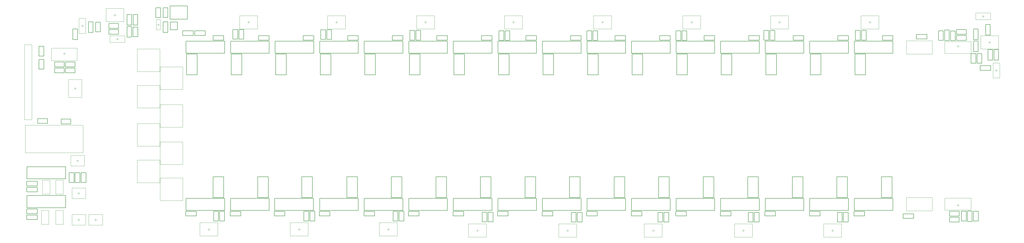
<source format=gbr>
G04*
G04 #@! TF.GenerationSoftware,Altium Limited,Altium Designer,24.1.2 (44)*
G04*
G04 Layer_Color=32768*
%FSLAX25Y25*%
%MOIN*%
G70*
G04*
G04 #@! TF.SameCoordinates,29FF4F4E-3C6D-470F-9DA1-2895E510F6E9*
G04*
G04*
G04 #@! TF.FilePolarity,Positive*
G04*
G01*
G75*
%ADD12C,0.00394*%
%ADD14C,0.00787*%
%ADD82C,0.00197*%
D12*
X1060157Y389449D02*
X1097165D01*
X1060157D02*
Y426378D01*
X1097165D01*
Y389449D02*
Y426378D01*
X919291Y572835D02*
X923228D01*
X921260Y570866D02*
Y574803D01*
X927165Y399606D02*
Y403543D01*
X925197Y401575D02*
X929134D01*
X925197Y452756D02*
Y456693D01*
X923228Y454724D02*
X927165D01*
Y356299D02*
Y360236D01*
X925197Y358268D02*
X929134D01*
X954724Y356299D02*
Y360236D01*
X952756Y358268D02*
X956693D01*
X2403543Y690945D02*
X2407480D01*
X2405512Y688976D02*
Y692913D01*
X1060157Y571083D02*
X1097165D01*
X1060157D02*
Y608012D01*
X1097165D01*
Y571083D02*
Y608012D01*
X1022913Y541024D02*
X1059921D01*
X1022913D02*
Y577953D01*
X1059921D01*
Y541024D02*
Y577953D01*
X1060157Y509528D02*
X1097165D01*
X1060157D02*
Y546457D01*
X1097165D01*
Y509528D02*
Y546457D01*
X1022913Y478563D02*
X1059921D01*
X1022913D02*
Y515492D01*
X1059921D01*
Y478563D02*
Y515492D01*
X1060157Y448504D02*
X1097165D01*
X1060157D02*
Y485433D01*
X1097165D01*
Y448504D02*
Y485433D01*
X1022756Y418976D02*
X1059764D01*
X1022756D02*
Y455905D01*
X1059764D01*
Y418976D02*
Y455905D01*
X1022913Y600610D02*
X1059921D01*
X1022913D02*
Y637539D01*
X1059921D01*
Y600610D02*
Y637539D01*
X2159449Y338583D02*
Y342520D01*
X2157480Y340551D02*
X2161417D01*
X901575Y629921D02*
X905512D01*
X903543Y627953D02*
Y631890D01*
X933071Y673228D02*
Y677165D01*
X931102Y675197D02*
X935039D01*
X1057087D02*
Y679134D01*
X1055118Y677165D02*
X1059055D01*
X839646Y512992D02*
X934134D01*
X839646Y467717D02*
Y512992D01*
Y467717D02*
X934134D01*
Y512992D01*
X2416240Y646201D02*
Y650138D01*
X2414272Y648169D02*
X2418209D01*
X2364331Y379921D02*
Y383858D01*
X2362362Y381890D02*
X2366299D01*
X2427165Y600394D02*
Y604331D01*
X2425197Y602362D02*
X2429134D01*
X986220Y690945D02*
Y694882D01*
X984252Y692913D02*
X988189D01*
X988189Y653543D02*
X992126D01*
X990158Y651575D02*
Y655512D01*
X2364331Y639764D02*
Y643701D01*
X2362362Y641732D02*
X2366299D01*
X1204724Y679134D02*
Y683071D01*
X1202756Y681102D02*
X1206693D01*
X1348425Y679134D02*
Y683071D01*
X1346457Y681102D02*
X1350394D01*
X1494094Y679134D02*
Y683071D01*
X1492126Y681102D02*
X1496063D01*
X1637795Y679134D02*
Y683071D01*
X1635827Y681102D02*
X1639764D01*
X1929134Y679134D02*
Y683071D01*
X1927165Y681102D02*
X1931102D01*
X1783465Y679134D02*
Y683071D01*
X1781496Y681102D02*
X1785433D01*
X2072835Y679134D02*
Y683071D01*
X2070866Y681102D02*
X2074803D01*
X2220472Y679134D02*
Y683071D01*
X2218504Y681102D02*
X2222441D01*
X1139764Y340551D02*
Y344488D01*
X1137795Y342520D02*
X1141732D01*
X1287402Y340551D02*
Y344488D01*
X1285433Y342520D02*
X1289370D01*
X1433071Y340551D02*
Y344488D01*
X1431102Y342520D02*
X1435039D01*
X1578740Y338583D02*
Y342520D01*
X1576772Y340551D02*
X1580709D01*
X1726378Y338583D02*
Y342520D01*
X1724409Y340551D02*
X1728346D01*
X1866142Y338583D02*
Y342520D01*
X1864173Y340551D02*
X1868110D01*
X2013779Y338583D02*
Y342520D01*
X2011811Y340551D02*
X2015748D01*
D14*
X1116929Y659646D02*
X1134252D01*
X1116929D02*
Y667126D01*
X1134252D01*
Y659646D02*
Y667126D01*
X1097244Y659646D02*
X1114567D01*
X1097244D02*
Y667126D01*
X1114567D01*
Y659646D02*
Y667126D01*
X914252Y514882D02*
Y522756D01*
X898504D02*
X914252D01*
X898504Y514882D02*
Y522756D01*
Y514882D02*
X914252D01*
X860236Y515748D02*
Y523622D01*
Y515748D02*
X875984D01*
Y523622D01*
X860236D02*
X875984D01*
X2400787Y602559D02*
Y610039D01*
Y602559D02*
X2418110D01*
Y610039D01*
X2400787D02*
X2418110D01*
X2389764Y372047D02*
X2397638D01*
X2389764Y356299D02*
Y372047D01*
Y356299D02*
X2397638D01*
Y372047D01*
X887795Y608268D02*
Y616142D01*
Y608268D02*
X903543D01*
Y616142D01*
X887795D02*
X903543D01*
X2166519Y428457D02*
X2183875D01*
X2166519Y394378D02*
Y428457D01*
Y394378D02*
X2183875D01*
Y428457D01*
X2122146Y373406D02*
X2185413D01*
Y393169D01*
X2122146D02*
X2185413D01*
X2122146Y373406D02*
Y393169D01*
X2121654Y364370D02*
Y371850D01*
Y364370D02*
X2138976D01*
Y371850D01*
X2121654D02*
X2138976D01*
X2239354Y428457D02*
X2256709D01*
X2239354Y394378D02*
Y428457D01*
Y394378D02*
X2256709D01*
Y428457D01*
X2194980Y373406D02*
X2258248D01*
Y393169D01*
X2194980D02*
X2258248D01*
X2194980Y373406D02*
Y393169D01*
X2194488Y364370D02*
Y371850D01*
Y364370D02*
X2211811D01*
Y371850D01*
X2194488D02*
X2211811D01*
X2177165Y370079D02*
X2185039D01*
X2177165Y354331D02*
Y370079D01*
Y354331D02*
X2185039D01*
Y370079D01*
X2167323D02*
X2175197D01*
X2167323Y354331D02*
Y370079D01*
Y354331D02*
X2175197D01*
Y370079D01*
X1656677Y428657D02*
X1674032D01*
X1656677Y394578D02*
Y428657D01*
Y394578D02*
X1674032D01*
Y428657D01*
X1611811Y364370D02*
Y371850D01*
Y364370D02*
X1629134D01*
Y371850D01*
X1611811D02*
X1629134D01*
X1612303Y373406D02*
X1675571D01*
Y393169D01*
X1612303D02*
X1675571D01*
X1612303Y373406D02*
Y393169D01*
X1539468Y373406D02*
X1602736D01*
Y393169D01*
X1539468D02*
X1602736D01*
X1539468Y373406D02*
Y393169D01*
X1583842Y428457D02*
X1601197D01*
X1583842Y394378D02*
Y428457D01*
Y394378D02*
X1601197D01*
Y428457D01*
X1538976Y364370D02*
Y371850D01*
Y364370D02*
X1556299D01*
Y371850D01*
X1538976D02*
X1556299D01*
X2049311Y650216D02*
X2112579D01*
X2049311Y630453D02*
Y650216D01*
Y630453D02*
X2112579D01*
Y650216D01*
X2194980D02*
X2258248D01*
X2194980Y630453D02*
Y650216D01*
Y630453D02*
X2258248D01*
Y650216D01*
X1976476Y373406D02*
X2039744D01*
Y393169D01*
X1976476D02*
X2039744D01*
X1976476Y373406D02*
Y393169D01*
X2049311Y373406D02*
X2112579D01*
Y393169D01*
X2049311D02*
X2112579D01*
X2049311Y373406D02*
Y393169D01*
X1830807Y373406D02*
X1894075D01*
Y393169D01*
X1830807D02*
X1894075D01*
X1830807Y373406D02*
Y393169D01*
X1903642Y373406D02*
X1966909D01*
Y393169D01*
X1903642D02*
X1966909D01*
X1903642Y373406D02*
Y393169D01*
X1685138Y373406D02*
X1748405D01*
Y393169D01*
X1685138D02*
X1748405D01*
X1685138Y373406D02*
Y393169D01*
X1757972Y373406D02*
X1821240D01*
Y393169D01*
X1757972D02*
X1821240D01*
X1757972Y373406D02*
Y393169D01*
X1393799Y373406D02*
X1457067D01*
Y393169D01*
X1393799D02*
X1457067D01*
X1393799Y373406D02*
Y393169D01*
X1466634Y373406D02*
X1529902D01*
Y393169D01*
X1466634D02*
X1529902D01*
X1466634Y373406D02*
Y393169D01*
X1247342Y373406D02*
X1310610D01*
Y393169D01*
X1247342D02*
X1310610D01*
X1247342Y373406D02*
Y393169D01*
X1320965Y373406D02*
X1384232D01*
Y393169D01*
X1320965D02*
X1384232D01*
X1320965Y373406D02*
Y393169D01*
X1102461Y373406D02*
X1165728D01*
Y393169D01*
X1102461D02*
X1165728D01*
X1102461Y373406D02*
Y393169D01*
X1175295Y373406D02*
X1238563D01*
Y393169D01*
X1175295D02*
X1238563D01*
X1175295Y373406D02*
Y393169D01*
X2122146Y650216D02*
X2185413D01*
X2122146Y630453D02*
Y650216D01*
Y630453D02*
X2185413D01*
Y650216D01*
X1976476D02*
X2039744D01*
X1976476Y630453D02*
Y650216D01*
Y630453D02*
X2039744D01*
Y650216D01*
X1757973D02*
X1821240D01*
X1757973Y630453D02*
Y650216D01*
Y630453D02*
X1821240D01*
Y650216D01*
X1685138D02*
X1748405D01*
X1685138Y630453D02*
Y650216D01*
Y630453D02*
X1748405D01*
Y650216D01*
X1903642D02*
X1966909D01*
X1903642Y630453D02*
Y650216D01*
Y630453D02*
X1966909D01*
Y650216D01*
X1830807D02*
X1894075D01*
X1830807Y630453D02*
Y650216D01*
Y630453D02*
X1894075D01*
Y650216D01*
X1612303D02*
X1675571D01*
X1612303Y630453D02*
Y650216D01*
Y630453D02*
X1675571D01*
Y650216D01*
X1539468D02*
X1602736D01*
X1539468Y630453D02*
Y650216D01*
Y630453D02*
X1602736D01*
Y650216D01*
X1466634D02*
X1529902D01*
X1466634Y630453D02*
Y650216D01*
Y630453D02*
X1529902D01*
Y650216D01*
X1393799D02*
X1457067D01*
X1393799Y630453D02*
Y650216D01*
Y630453D02*
X1457067D01*
Y650216D01*
X842382Y425157D02*
X905650D01*
Y444921D01*
X842382D02*
X905650D01*
X842382Y425157D02*
Y444921D01*
Y377913D02*
X905650D01*
Y397677D01*
X842382D02*
X905650D01*
X842382Y377913D02*
Y397677D01*
X1320965Y650216D02*
X1384232D01*
X1320965Y630453D02*
Y650216D01*
Y630453D02*
X1384232D01*
Y650216D01*
X1248130Y650216D02*
X1311398D01*
X1248130Y630453D02*
Y650216D01*
Y630453D02*
X1311398D01*
Y650216D01*
X1175295Y650216D02*
X1238563D01*
X1175295Y630453D02*
Y650216D01*
Y630453D02*
X1238563D01*
Y650216D01*
X1102461D02*
X1165728D01*
X1102461Y630453D02*
Y650216D01*
Y630453D02*
X1165728D01*
Y650216D01*
X887795Y598425D02*
Y606299D01*
Y598425D02*
X903543D01*
Y606299D01*
X887795D02*
X903543D01*
X921260Y598425D02*
Y606299D01*
X905512D02*
X921260D01*
X905512Y598425D02*
Y606299D01*
Y598425D02*
X921260D01*
Y608268D02*
Y616142D01*
X905512D02*
X921260D01*
X905512Y608268D02*
Y616142D01*
Y608268D02*
X921260D01*
X859449Y358465D02*
Y365945D01*
X842126D02*
X859449D01*
X842126Y358465D02*
Y365945D01*
Y358465D02*
X859449D01*
Y403740D02*
Y411221D01*
X842126D02*
X859449D01*
X842126Y403740D02*
Y411221D01*
Y403740D02*
X859449D01*
Y368307D02*
Y375787D01*
X842126D02*
X859449D01*
X842126Y368307D02*
Y375787D01*
Y368307D02*
X859449D01*
Y413583D02*
Y421063D01*
X842126D02*
X859449D01*
X842126Y413583D02*
Y421063D01*
Y413583D02*
X859449D01*
X931102Y419291D02*
X938976D01*
Y435039D01*
X931102D02*
X938976D01*
X931102Y419291D02*
Y435039D01*
X921260Y419291D02*
X929134D01*
Y435039D01*
X921260D02*
X929134D01*
X921260Y419291D02*
Y435039D01*
X911417Y419291D02*
X919291D01*
Y435039D01*
X911417D02*
X919291D01*
X911417Y419291D02*
Y435039D01*
X2274803Y360433D02*
Y367913D01*
Y360433D02*
X2292126D01*
Y367913D01*
X2274803D02*
X2292126D01*
X2296457Y653740D02*
Y661221D01*
Y653740D02*
X2313779D01*
Y661221D01*
X2296457D02*
X2313779D01*
X917520Y670079D02*
X925000D01*
X917520Y652756D02*
Y670079D01*
Y652756D02*
X925000D01*
Y670079D01*
X943110Y681890D02*
X950591D01*
X943110Y664567D02*
Y681890D01*
Y664567D02*
X950591D01*
Y681890D01*
X1053150Y688976D02*
X1061024D01*
Y704724D01*
X1053150D02*
X1061024D01*
X1053150Y688976D02*
Y704724D01*
X1064961Y688976D02*
X1072835D01*
Y704724D01*
X1064961D02*
X1072835D01*
X1064961Y688976D02*
Y704724D01*
X954724Y665354D02*
X962598D01*
Y681102D01*
X954724D02*
X962598D01*
X954724Y665354D02*
Y681102D01*
X1065158Y681890D02*
X1072638D01*
X1065158Y664567D02*
Y681890D01*
Y664567D02*
X1072638D01*
Y681890D01*
X1088421Y668819D02*
Y681575D01*
X1076933D02*
X1088421D01*
X1076933Y668819D02*
Y681575D01*
Y668819D02*
X1088421D01*
X1104626Y686024D02*
Y707677D01*
X1076476D02*
X1104626D01*
X1076476Y686024D02*
Y707677D01*
Y686024D02*
X1104626D01*
X2380118Y372441D02*
X2387598D01*
X2380118Y355118D02*
Y372441D01*
Y355118D02*
X2387598D01*
Y372441D01*
X2423425Y636614D02*
X2430906D01*
X2423425Y619291D02*
Y636614D01*
Y619291D02*
X2430906D01*
Y636614D01*
X2350787Y354331D02*
Y362205D01*
Y354331D02*
X2366535D01*
Y362205D01*
X2350787D02*
X2366535D01*
X2350787Y364173D02*
Y372047D01*
Y364173D02*
X2366535D01*
Y372047D01*
X2350787D02*
X2366535D01*
X2370079D02*
X2377953D01*
X2370079Y356299D02*
Y372047D01*
Y356299D02*
X2377953D01*
Y372047D01*
X2413583Y619291D02*
X2421063D01*
Y636614D01*
X2413583D02*
X2421063D01*
X2413583Y619291D02*
Y636614D01*
X1006102Y674016D02*
X1013583D01*
X1006102Y656693D02*
Y674016D01*
Y656693D02*
X1013583D01*
Y674016D01*
X2385827Y629921D02*
X2393701D01*
X2385827Y614173D02*
Y629921D01*
Y614173D02*
X2393701D01*
Y629921D01*
X2395669D02*
X2403543D01*
X2395669Y614173D02*
Y629921D01*
Y614173D02*
X2403543D01*
Y629921D01*
X1015748Y657480D02*
X1023622D01*
Y673228D01*
X1015748D02*
X1023622D01*
X1015748Y657480D02*
Y673228D01*
X976378Y671260D02*
Y679134D01*
Y671260D02*
X992126D01*
Y679134D01*
X976378D02*
X992126D01*
X976378Y661417D02*
Y669291D01*
Y661417D02*
X992126D01*
Y669291D01*
X976378D02*
X992126D01*
X1006102Y693701D02*
X1013583D01*
X1006102Y676378D02*
Y693701D01*
Y676378D02*
X1013583D01*
Y693701D01*
X1015945Y676378D02*
X1023425D01*
Y693701D01*
X1015945D02*
X1023425D01*
X1015945Y676378D02*
Y693701D01*
X2332677Y651575D02*
X2340551D01*
Y667323D01*
X2332677D02*
X2340551D01*
X2332677Y651575D02*
Y667323D01*
X862205Y625984D02*
X870079D01*
Y641732D01*
X862205D02*
X870079D01*
X862205Y625984D02*
Y641732D01*
X2342716Y651181D02*
X2350197D01*
Y668504D01*
X2342716D02*
X2350197D01*
X2342716Y651181D02*
Y668504D01*
X2409646Y660236D02*
X2417126D01*
Y677559D01*
X2409646D02*
X2417126D01*
X2409646Y660236D02*
Y677559D01*
X2377953Y661417D02*
Y669291D01*
X2362205D02*
X2377953D01*
X2362205Y661417D02*
Y669291D01*
Y661417D02*
X2377953D01*
Y651575D02*
Y659449D01*
X2362205D02*
X2377953D01*
X2362205Y651575D02*
Y659449D01*
Y651575D02*
X2377953D01*
X862205Y620079D02*
X870079D01*
X862205Y604331D02*
Y620079D01*
Y604331D02*
X870079D01*
Y620079D01*
X2352362Y651181D02*
X2360236D01*
Y666929D01*
X2352362D02*
X2360236D01*
X2352362Y651181D02*
Y666929D01*
X2389961Y650394D02*
X2397441D01*
X2389961Y633071D02*
Y650394D01*
Y633071D02*
X2397441D01*
Y650394D01*
X2389961Y670079D02*
X2397441D01*
X2389961Y652756D02*
Y670079D01*
Y652756D02*
X2397441D01*
Y670079D01*
X1164173Y651772D02*
Y659252D01*
X1146850D02*
X1164173D01*
X1146850Y651772D02*
Y659252D01*
Y651772D02*
X1164173D01*
X1238583D02*
Y659252D01*
X1221260D02*
X1238583D01*
X1221260Y651772D02*
Y659252D01*
Y651772D02*
X1238583D01*
X1188976Y653543D02*
X1196850D01*
Y669291D01*
X1188976D02*
X1196850D01*
X1188976Y653543D02*
Y669291D01*
X1179134Y653543D02*
X1187008D01*
Y669291D01*
X1179134D02*
X1187008D01*
X1179134Y653543D02*
Y669291D01*
X1311417Y651772D02*
Y659252D01*
X1294094D02*
X1311417D01*
X1294094Y651772D02*
Y659252D01*
Y651772D02*
X1311417D01*
X1384252Y651772D02*
Y659252D01*
X1366929D02*
X1384252D01*
X1366929Y651772D02*
Y659252D01*
Y651772D02*
X1384252D01*
X1332677Y653150D02*
X1340551D01*
Y668898D01*
X1332677D02*
X1340551D01*
X1332677Y653150D02*
Y668898D01*
X1322835Y653150D02*
X1330709D01*
Y668898D01*
X1322835D02*
X1330709D01*
X1322835Y653150D02*
Y668898D01*
X1103527Y595165D02*
X1120882D01*
Y629245D01*
X1103527D02*
X1120882D01*
X1103527Y595165D02*
Y629245D01*
X1176362Y595165D02*
X1193717D01*
Y629245D01*
X1176362D02*
X1193717D01*
X1176362Y595165D02*
Y629245D01*
X1249196Y595165D02*
X1266552D01*
Y629245D01*
X1249196D02*
X1266552D01*
X1249196Y595165D02*
Y629245D01*
X1322031Y595165D02*
X1339386D01*
Y629245D01*
X1322031D02*
X1339386D01*
X1322031Y595165D02*
Y629245D01*
X1457087Y651772D02*
Y659252D01*
X1439764D02*
X1457087D01*
X1439764Y651772D02*
Y659252D01*
Y651772D02*
X1457087D01*
X1529921D02*
Y659252D01*
X1512598D02*
X1529921D01*
X1512598Y651772D02*
Y659252D01*
Y651772D02*
X1529921D01*
X1478347Y651968D02*
X1486220D01*
Y667717D01*
X1478347D02*
X1486220D01*
X1478347Y651968D02*
Y667717D01*
X1468504Y651968D02*
X1476378D01*
Y667717D01*
X1468504D02*
X1476378D01*
X1468504Y651968D02*
Y667717D01*
X1602756Y651772D02*
Y659252D01*
X1585433D02*
X1602756D01*
X1585433Y651772D02*
Y659252D01*
Y651772D02*
X1602756D01*
X1675591D02*
Y659252D01*
X1658268D02*
X1675591D01*
X1658268Y651772D02*
Y659252D01*
Y651772D02*
X1675591D01*
X1614173Y651575D02*
X1622047D01*
Y667323D01*
X1614173D02*
X1622047D01*
X1614173Y651575D02*
Y667323D01*
X1624016Y651575D02*
X1631890D01*
Y667323D01*
X1624016D02*
X1631890D01*
X1624016Y651575D02*
Y667323D01*
X1394866Y595165D02*
X1412221D01*
Y629245D01*
X1394866D02*
X1412221D01*
X1394866Y595165D02*
Y629245D01*
X1467700Y595165D02*
X1485056D01*
Y629245D01*
X1467700D02*
X1485056D01*
X1467700Y595165D02*
Y629245D01*
X1540535Y595165D02*
X1557890D01*
Y629245D01*
X1540535D02*
X1557890D01*
X1540535Y595165D02*
Y629245D01*
X1613370Y595165D02*
X1630725D01*
Y629245D01*
X1613370D02*
X1630725D01*
X1613370Y595165D02*
Y629245D01*
X1894094Y651772D02*
Y659252D01*
X1876772D02*
X1894094D01*
X1876772Y651772D02*
Y659252D01*
Y651772D02*
X1894094D01*
X1966929D02*
Y659252D01*
X1949606D02*
X1966929D01*
X1949606Y651772D02*
Y659252D01*
Y651772D02*
X1966929D01*
X1913386Y651575D02*
X1921260D01*
Y667323D01*
X1913386D02*
X1921260D01*
X1913386Y651575D02*
Y667323D01*
X1903543Y651575D02*
X1911417D01*
Y667323D01*
X1903543D02*
X1911417D01*
X1903543Y651575D02*
Y667323D01*
X1748425Y651772D02*
Y659252D01*
X1731102D02*
X1748425D01*
X1731102Y651772D02*
Y659252D01*
Y651772D02*
X1748425D01*
X1821260D02*
Y659252D01*
X1803937D02*
X1821260D01*
X1803937Y651772D02*
Y659252D01*
Y651772D02*
X1821260D01*
X1767716Y651575D02*
X1775591D01*
Y667323D01*
X1767716D02*
X1775591D01*
X1767716Y651575D02*
Y667323D01*
X1757874Y651575D02*
X1765748D01*
Y667323D01*
X1757874D02*
X1765748D01*
X1757874Y651575D02*
Y667323D01*
X1831874Y595165D02*
X1849229D01*
Y629245D01*
X1831874D02*
X1849229D01*
X1831874Y595165D02*
Y629245D01*
X1904708Y595165D02*
X1922063D01*
Y629245D01*
X1904708D02*
X1922063D01*
X1904708Y595165D02*
Y629245D01*
X1686204Y595165D02*
X1703559D01*
Y629245D01*
X1686204D02*
X1703559D01*
X1686204Y595165D02*
Y629245D01*
X1759039Y595165D02*
X1776394D01*
Y629245D01*
X1759039D02*
X1776394D01*
X1759039Y595165D02*
Y629245D01*
X2039764Y651772D02*
Y659252D01*
X2022441D02*
X2039764D01*
X2022441Y651772D02*
Y659252D01*
Y651772D02*
X2039764D01*
X2112598D02*
Y659252D01*
X2095276D02*
X2112598D01*
X2095276Y651772D02*
Y659252D01*
Y651772D02*
X2112598D01*
X2057087Y651968D02*
X2064961D01*
Y667717D01*
X2057087D02*
X2064961D01*
X2057087Y651968D02*
Y667717D01*
X2047244Y651968D02*
X2055118D01*
Y667717D01*
X2047244D02*
X2055118D01*
X2047244Y651968D02*
Y667717D01*
X2185433Y651772D02*
Y659252D01*
X2168110D02*
X2185433D01*
X2168110Y651772D02*
Y659252D01*
Y651772D02*
X2185433D01*
X2258268D02*
Y659252D01*
X2240945D02*
X2258268D01*
X2240945Y651772D02*
Y659252D01*
Y651772D02*
X2258268D01*
X2206693Y651968D02*
X2214567D01*
Y667717D01*
X2206693D02*
X2214567D01*
X2206693Y651968D02*
Y667717D01*
X2196850Y651968D02*
X2204724D01*
Y667717D01*
X2196850D02*
X2204724D01*
X2196850Y651968D02*
Y667717D01*
X1977543Y595165D02*
X1994898D01*
Y629245D01*
X1977543D02*
X1994898D01*
X1977543Y595165D02*
Y629245D01*
X2050377Y595165D02*
X2067733D01*
Y629245D01*
X2050377D02*
X2067733D01*
X2050377Y595165D02*
Y629245D01*
X2123212Y595165D02*
X2140567D01*
Y629245D01*
X2123212D02*
X2140567D01*
X2123212Y595165D02*
Y629245D01*
X2196047Y595165D02*
X2213402D01*
Y629245D01*
X2196047D02*
X2213402D01*
X2196047Y595165D02*
Y629245D01*
X1174803Y364370D02*
Y371850D01*
Y364370D02*
X1192126D01*
Y371850D01*
X1174803D02*
X1192126D01*
X1101968Y364370D02*
Y371850D01*
Y364370D02*
X1119291D01*
Y371850D01*
X1101968D02*
X1119291D01*
X1157480Y372047D02*
X1165354D01*
X1157480Y356299D02*
Y372047D01*
Y356299D02*
X1165354D01*
Y372047D01*
X1147638D02*
X1155512D01*
X1147638Y356299D02*
Y372047D01*
Y356299D02*
X1155512D01*
Y372047D01*
X1320472Y364370D02*
Y371850D01*
Y364370D02*
X1337795D01*
Y371850D01*
X1320472D02*
X1337795D01*
X1246850Y364370D02*
Y371850D01*
Y364370D02*
X1264173D01*
Y371850D01*
X1246850D02*
X1264173D01*
X1295276Y372047D02*
X1303150D01*
X1295276Y356299D02*
Y372047D01*
Y356299D02*
X1303150D01*
Y372047D01*
X1305118D02*
X1312992D01*
X1305118Y356299D02*
Y372047D01*
Y356299D02*
X1312992D01*
Y372047D01*
X1219669Y428457D02*
X1237024D01*
X1219669Y394378D02*
Y428457D01*
Y394378D02*
X1237024D01*
Y428457D01*
X1146834D02*
X1164189D01*
X1146834Y394378D02*
Y428457D01*
Y394378D02*
X1164189D01*
Y428457D01*
X1365338D02*
X1382693D01*
X1365338Y394378D02*
Y428457D01*
Y394378D02*
X1382693D01*
Y428457D01*
X1291716Y428457D02*
X1309071D01*
X1291716Y394377D02*
Y428457D01*
Y394377D02*
X1309071D01*
Y428457D01*
X1466142Y364370D02*
Y371850D01*
Y364370D02*
X1483465D01*
Y371850D01*
X1466142D02*
X1483465D01*
X1393307Y364370D02*
Y371850D01*
Y364370D02*
X1410630D01*
Y371850D01*
X1393307D02*
X1410630D01*
X1450787Y372047D02*
X1458661D01*
X1450787Y356299D02*
Y372047D01*
Y356299D02*
X1458661D01*
Y372047D01*
X1440945D02*
X1448819D01*
X1440945Y356299D02*
Y372047D01*
Y356299D02*
X1448819D01*
Y372047D01*
X1586614Y370472D02*
X1594488D01*
X1586614Y354724D02*
Y370472D01*
Y354724D02*
X1594488D01*
Y370472D01*
X1596457D02*
X1604331D01*
X1596457Y354724D02*
Y370472D01*
Y354724D02*
X1604331D01*
Y370472D01*
X1511007Y428457D02*
X1528363D01*
X1511007Y394378D02*
Y428457D01*
Y394378D02*
X1528363D01*
Y428457D01*
X1438173D02*
X1455528D01*
X1438173Y394378D02*
Y428457D01*
Y394378D02*
X1455528D01*
Y428457D01*
X1757480Y364370D02*
Y371850D01*
Y364370D02*
X1774803D01*
Y371850D01*
X1757480D02*
X1774803D01*
X1684646Y364370D02*
Y371850D01*
Y364370D02*
X1701969D01*
Y371850D01*
X1684646D02*
X1701969D01*
X1732284Y370079D02*
X1740158D01*
X1732284Y354331D02*
Y370079D01*
Y354331D02*
X1740158D01*
Y370079D01*
X1742126D02*
X1750000D01*
X1742126Y354331D02*
Y370079D01*
Y354331D02*
X1750000D01*
Y370079D01*
X1903150Y364370D02*
Y371850D01*
Y364370D02*
X1920473D01*
Y371850D01*
X1903150D02*
X1920473D01*
X1830315Y364370D02*
Y371850D01*
Y364370D02*
X1847638D01*
Y371850D01*
X1830315D02*
X1847638D01*
X1874016Y370079D02*
X1881890D01*
X1874016Y354331D02*
Y370079D01*
Y354331D02*
X1881890D01*
Y370079D01*
X1883858D02*
X1891732D01*
X1883858Y354331D02*
Y370079D01*
Y354331D02*
X1891732D01*
Y370079D01*
X1802346Y428457D02*
X1819701D01*
X1802346Y394378D02*
Y428457D01*
Y394378D02*
X1819701D01*
Y428457D01*
X1729511D02*
X1746867D01*
X1729511Y394378D02*
Y428457D01*
Y394378D02*
X1746867D01*
Y428457D01*
X1948015D02*
X1965371D01*
X1948015Y394378D02*
Y428457D01*
Y394378D02*
X1965371D01*
Y428457D01*
X1875181D02*
X1892536D01*
X1875181Y394378D02*
Y428457D01*
Y394378D02*
X1892536D01*
Y428457D01*
X2048819Y364370D02*
Y371850D01*
Y364370D02*
X2066142D01*
Y371850D01*
X2048819D02*
X2066142D01*
X1975984Y364370D02*
Y371850D01*
Y364370D02*
X1993307D01*
Y371850D01*
X1975984D02*
X1993307D01*
X2021654Y370079D02*
X2029528D01*
X2021654Y354331D02*
Y370079D01*
Y354331D02*
X2029528D01*
Y370079D01*
X2031496D02*
X2039370D01*
X2031496Y354331D02*
Y370079D01*
Y354331D02*
X2039370D01*
Y370079D01*
X2093685Y428457D02*
X2111040D01*
X2093685Y394378D02*
Y428457D01*
Y394378D02*
X2111040D01*
Y428457D01*
X2020850D02*
X2038205D01*
X2020850Y394378D02*
Y428457D01*
Y394378D02*
X2038205D01*
Y428457D01*
D82*
X932087Y558268D02*
Y587402D01*
X910433Y558268D02*
Y587402D01*
X932087D01*
X910433Y558268D02*
X932087D01*
X889587Y400039D02*
Y422795D01*
X901752D01*
Y400039D02*
Y422795D01*
X889587Y400039D02*
X901752D01*
X889587Y350827D02*
Y373583D01*
X901752D01*
Y350827D02*
Y373583D01*
X889587Y350827D02*
X901752D01*
X915945Y392854D02*
Y410295D01*
Y392854D02*
X938386D01*
X915945Y410295D02*
X938386D01*
Y392854D02*
Y410295D01*
X913976Y446004D02*
Y463445D01*
Y446004D02*
X936417D01*
X913976Y463445D02*
X936417D01*
Y446004D02*
Y463445D01*
X938386Y349547D02*
Y366988D01*
X915945D02*
X938386D01*
X915945Y349547D02*
X938386D01*
X915945D02*
Y366988D01*
X965945Y349547D02*
Y366988D01*
X943504D02*
X965945D01*
X943504Y349547D02*
X965945D01*
X943504D02*
Y366988D01*
X2417716Y685433D02*
Y696457D01*
X2393307Y685433D02*
Y696457D01*
Y685433D02*
X2417716D01*
X2393307Y696457D02*
X2417716D01*
X838406Y521732D02*
Y644488D01*
X850571D01*
Y521732D02*
Y644488D01*
X838406Y521732D02*
X850571D01*
X2144882Y329724D02*
X2174016D01*
X2144882Y351378D02*
X2174016D01*
Y329724D02*
Y351378D01*
X2144882Y329724D02*
Y351378D01*
X867933Y400039D02*
Y422795D01*
X880098D01*
Y400039D02*
Y422795D01*
X867933Y400039D02*
X880098D01*
X865965Y350827D02*
Y373583D01*
X878130D01*
Y350827D02*
Y373583D01*
X865965Y350827D02*
X878130D01*
X882480Y618465D02*
Y638937D01*
X924606Y618465D02*
Y638937D01*
X882480Y618465D02*
X924606D01*
X882480Y638937D02*
X924606D01*
X2280098Y394370D02*
X2322579D01*
Y372913D02*
Y394370D01*
X2280098Y372913D02*
X2322579D01*
X2280098D02*
Y394370D01*
Y629252D02*
X2322579D01*
X2280098D02*
Y650709D01*
X2322579D01*
Y629252D02*
Y650709D01*
X927559Y662992D02*
X938583D01*
X927559Y687402D02*
X938583D01*
X927559Y662992D02*
Y687402D01*
X938583Y662992D02*
Y687402D01*
X1053642Y668799D02*
Y685532D01*
X1060532D01*
Y668799D02*
Y685532D01*
X1053642Y668799D02*
X1060532D01*
X2401673Y658996D02*
X2430807D01*
X2401673Y637343D02*
X2430807D01*
X2401673D02*
Y658996D01*
X2430807Y637343D02*
Y658996D01*
X2385787Y374213D02*
Y393504D01*
X2342874D02*
X2385787D01*
X2342874Y374213D02*
X2385787D01*
X2342874D02*
Y393504D01*
X2421654Y614567D02*
X2432677D01*
X2421654Y590158D02*
X2432677D01*
Y614567D01*
X2421654Y590158D02*
Y614567D01*
X971653Y703740D02*
X1000787D01*
X971653Y682087D02*
X1000787D01*
X971653D02*
Y703740D01*
X1000787Y682087D02*
Y703740D01*
X1002362Y648032D02*
Y659055D01*
X977953Y648032D02*
Y659055D01*
Y648032D02*
X1002362D01*
X977953Y659055D02*
X1002362D01*
X2342874Y630118D02*
Y649409D01*
Y630118D02*
X2385787D01*
X2342874Y649409D02*
X2385787D01*
Y630118D02*
Y649409D01*
X1190158Y691929D02*
X1219291D01*
X1190158Y670276D02*
X1219291D01*
X1190158D02*
Y691929D01*
X1219291Y670276D02*
Y691929D01*
X1333858D02*
X1362992D01*
X1333858Y670276D02*
X1362992D01*
X1333858D02*
Y691929D01*
X1362992Y670276D02*
Y691929D01*
X1479528D02*
X1508661D01*
X1479528Y670276D02*
X1508661D01*
X1479528D02*
Y691929D01*
X1508661Y670276D02*
Y691929D01*
X1623228D02*
X1652362D01*
X1623228Y670276D02*
X1652362D01*
X1623228D02*
Y691929D01*
X1652362Y670276D02*
Y691929D01*
X1914567D02*
X1943701D01*
X1914567Y670276D02*
X1943701D01*
X1914567D02*
Y691929D01*
X1943701Y670276D02*
Y691929D01*
X1768898D02*
X1798031D01*
X1768898Y670276D02*
X1798031D01*
X1768898D02*
Y691929D01*
X1798031Y670276D02*
Y691929D01*
X2058268D02*
X2087402D01*
X2058268Y670276D02*
X2087402D01*
X2058268D02*
Y691929D01*
X2087402Y670276D02*
Y691929D01*
X2205906D02*
X2235039D01*
X2205906Y670276D02*
X2235039D01*
X2205906D02*
Y691929D01*
X2235039Y670276D02*
Y691929D01*
X1125197Y331693D02*
X1154331D01*
X1125197Y353346D02*
X1154331D01*
Y331693D02*
Y353346D01*
X1125197Y331693D02*
Y353346D01*
X1272835Y331693D02*
X1301968D01*
X1272835Y353346D02*
X1301968D01*
Y331693D02*
Y353346D01*
X1272835Y331693D02*
Y353346D01*
X1418504Y331693D02*
X1447638D01*
X1418504Y353346D02*
X1447638D01*
Y331693D02*
Y353346D01*
X1418504Y331693D02*
Y353346D01*
X1564173Y329724D02*
X1593307D01*
X1564173Y351378D02*
X1593307D01*
Y329724D02*
Y351378D01*
X1564173Y329724D02*
Y351378D01*
X1711811Y329724D02*
X1740945D01*
X1711811Y351378D02*
X1740945D01*
Y329724D02*
Y351378D01*
X1711811Y329724D02*
Y351378D01*
X1851575Y329724D02*
X1880709D01*
X1851575Y351378D02*
X1880709D01*
Y329724D02*
Y351378D01*
X1851575Y329724D02*
Y351378D01*
X1999213Y329724D02*
X2028346D01*
X1999213Y351378D02*
X2028346D01*
Y329724D02*
Y351378D01*
X1999213Y329724D02*
Y351378D01*
M02*

</source>
